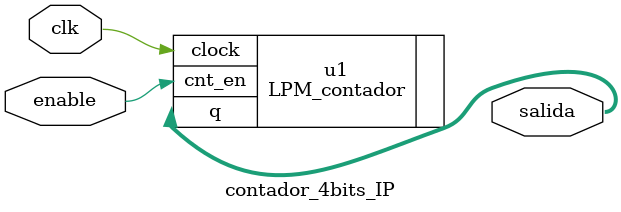
<source format=v>
module contador_4bits_IP (
    input clk, enable,
    output [3:0] salida
);
    LPM_contador u1 (
        .clock (clk),
        .cnt_en (enable),
        .q (salida)
    );
endmodule
</source>
